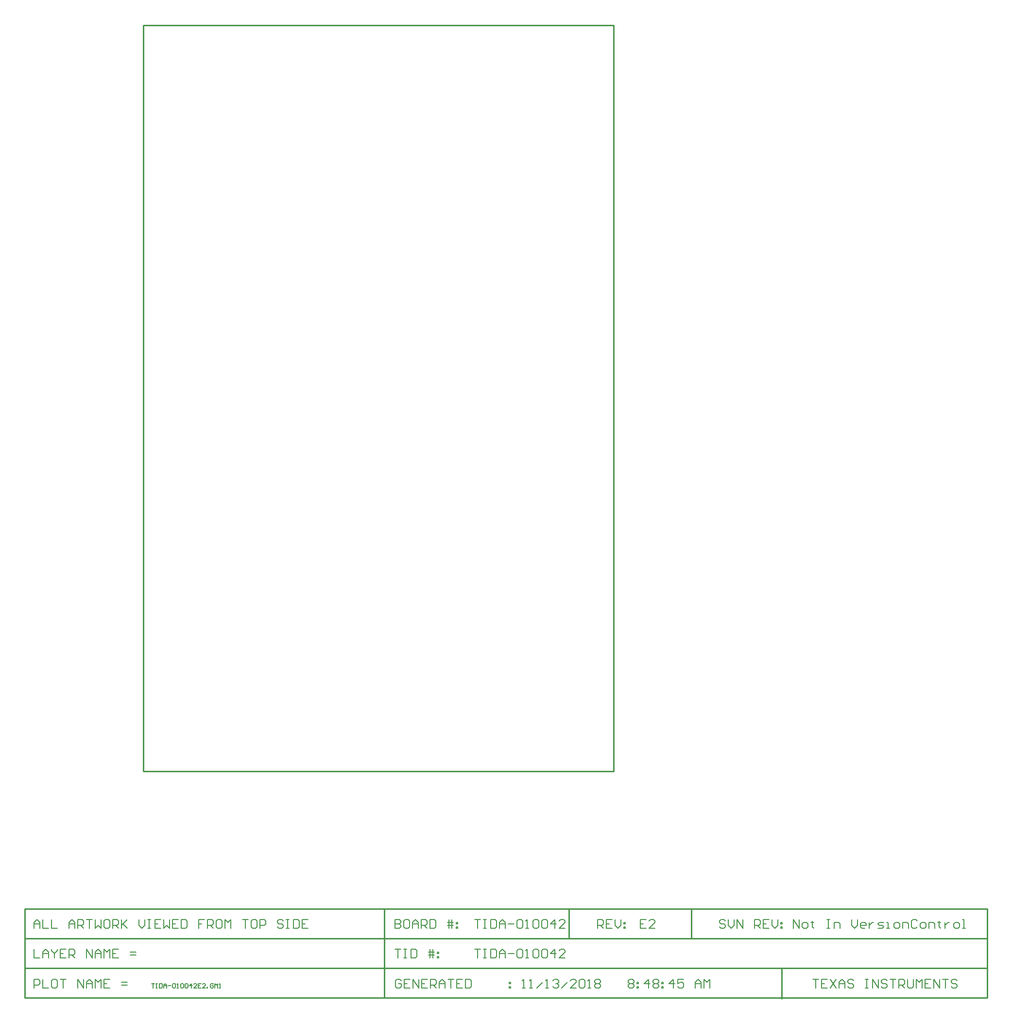
<source format=gm1>
G04*
G04 #@! TF.GenerationSoftware,Altium Limited,Altium Designer,18.1.9 (240)*
G04*
G04 Layer_Color=11296232*
%FSAX25Y25*%
%MOIN*%
G70*
G01*
G75*
%ADD17C,0.00800*%
%ADD21C,0.00600*%
%ADD22C,0.01000*%
G54D17*
X0348550Y0073498D02*
X0352549D01*
X0350549D01*
Y0067500D01*
X0354548Y0073498D02*
X0356547D01*
X0355548D01*
Y0067500D01*
X0354548D01*
X0356547D01*
X0359546Y0073498D02*
Y0067500D01*
X0362545D01*
X0363545Y0068500D01*
Y0072498D01*
X0362545Y0073498D01*
X0359546D01*
X0365545Y0067500D02*
Y0071499D01*
X0367544Y0073498D01*
X0369543Y0071499D01*
Y0067500D01*
Y0070499D01*
X0365545D01*
X0371543D02*
X0375541D01*
X0377541Y0072498D02*
X0378540Y0073498D01*
X0380540D01*
X0381539Y0072498D01*
Y0068500D01*
X0380540Y0067500D01*
X0378540D01*
X0377541Y0068500D01*
Y0072498D01*
X0383539Y0067500D02*
X0385538D01*
X0384538D01*
Y0073498D01*
X0383539Y0072498D01*
X0388537D02*
X0389537Y0073498D01*
X0391536D01*
X0392536Y0072498D01*
Y0068500D01*
X0391536Y0067500D01*
X0389537D01*
X0388537Y0068500D01*
Y0072498D01*
X0394535D02*
X0395535Y0073498D01*
X0397534D01*
X0398534Y0072498D01*
Y0068500D01*
X0397534Y0067500D01*
X0395535D01*
X0394535Y0068500D01*
Y0072498D01*
X0403532Y0067500D02*
Y0073498D01*
X0400533Y0070499D01*
X0404532D01*
X0410530Y0067500D02*
X0406531D01*
X0410530Y0071499D01*
Y0072498D01*
X0409530Y0073498D01*
X0407531D01*
X0406531Y0072498D01*
X0294000Y0073498D02*
X0297999D01*
X0295999D01*
Y0067500D01*
X0299998Y0073498D02*
X0301997D01*
X0300998D01*
Y0067500D01*
X0299998D01*
X0301997D01*
X0304996Y0073498D02*
Y0067500D01*
X0307996D01*
X0308995Y0068500D01*
Y0072498D01*
X0307996Y0073498D01*
X0304996D01*
X0317992Y0067500D02*
Y0073498D01*
X0319992D02*
Y0067500D01*
X0316993Y0071499D02*
X0319992D01*
X0320991D01*
X0316993Y0069499D02*
X0320991D01*
X0322991Y0071499D02*
X0323990D01*
Y0070499D01*
X0322991D01*
Y0071499D01*
Y0068500D02*
X0323990D01*
Y0067500D01*
X0322991D01*
Y0068500D01*
X0580500Y0052965D02*
X0584499D01*
X0582499D01*
Y0046966D01*
X0590497Y0052965D02*
X0586498D01*
Y0046966D01*
X0590497D01*
X0586498Y0049966D02*
X0588497D01*
X0592496Y0052965D02*
X0596495Y0046966D01*
Y0052965D02*
X0592496Y0046966D01*
X0598494D02*
Y0050965D01*
X0600493Y0052965D01*
X0602493Y0050965D01*
Y0046966D01*
Y0049966D01*
X0598494D01*
X0608491Y0051965D02*
X0607491Y0052965D01*
X0605492D01*
X0604492Y0051965D01*
Y0050965D01*
X0605492Y0049966D01*
X0607491D01*
X0608491Y0048966D01*
Y0047966D01*
X0607491Y0046966D01*
X0605492D01*
X0604492Y0047966D01*
X0616488Y0052965D02*
X0618488D01*
X0617488D01*
Y0046966D01*
X0616488D01*
X0618488D01*
X0621487D02*
Y0052965D01*
X0625486Y0046966D01*
Y0052965D01*
X0631484Y0051965D02*
X0630484Y0052965D01*
X0628484D01*
X0627485Y0051965D01*
Y0050965D01*
X0628484Y0049966D01*
X0630484D01*
X0631484Y0048966D01*
Y0047966D01*
X0630484Y0046966D01*
X0628484D01*
X0627485Y0047966D01*
X0633483Y0052965D02*
X0637482D01*
X0635482D01*
Y0046966D01*
X0639481D02*
Y0052965D01*
X0642480D01*
X0643480Y0051965D01*
Y0049966D01*
X0642480Y0048966D01*
X0639481D01*
X0641480D02*
X0643480Y0046966D01*
X0645479Y0052965D02*
Y0047966D01*
X0646479Y0046966D01*
X0648478D01*
X0649478Y0047966D01*
Y0052965D01*
X0651477Y0046966D02*
Y0052965D01*
X0653476Y0050965D01*
X0655476Y0052965D01*
Y0046966D01*
X0661474Y0052965D02*
X0657475D01*
Y0046966D01*
X0661474D01*
X0657475Y0049966D02*
X0659474D01*
X0663473Y0046966D02*
Y0052965D01*
X0667472Y0046966D01*
Y0052965D01*
X0669471D02*
X0673470D01*
X0671471D01*
Y0046966D01*
X0679468Y0051965D02*
X0678468Y0052965D01*
X0676469D01*
X0675469Y0051965D01*
Y0050965D01*
X0676469Y0049966D01*
X0678468D01*
X0679468Y0048966D01*
Y0047966D01*
X0678468Y0046966D01*
X0676469D01*
X0675469Y0047966D01*
X0454050Y0051965D02*
X0455050Y0052965D01*
X0457049D01*
X0458049Y0051965D01*
Y0050965D01*
X0457049Y0049966D01*
X0458049Y0048966D01*
Y0047966D01*
X0457049Y0046966D01*
X0455050D01*
X0454050Y0047966D01*
Y0048966D01*
X0455050Y0049966D01*
X0454050Y0050965D01*
Y0051965D01*
X0455050Y0049966D02*
X0457049D01*
X0460048Y0050965D02*
X0461048D01*
Y0049966D01*
X0460048D01*
Y0050965D01*
Y0047966D02*
X0461048D01*
Y0046966D01*
X0460048D01*
Y0047966D01*
X0468046Y0046966D02*
Y0052965D01*
X0465046Y0049966D01*
X0469045D01*
X0471044Y0051965D02*
X0472044Y0052965D01*
X0474044D01*
X0475043Y0051965D01*
Y0050965D01*
X0474044Y0049966D01*
X0475043Y0048966D01*
Y0047966D01*
X0474044Y0046966D01*
X0472044D01*
X0471044Y0047966D01*
Y0048966D01*
X0472044Y0049966D01*
X0471044Y0050965D01*
Y0051965D01*
X0472044Y0049966D02*
X0474044D01*
X0477043Y0050965D02*
X0478042D01*
Y0049966D01*
X0477043D01*
Y0050965D01*
Y0047966D02*
X0478042D01*
Y0046966D01*
X0477043D01*
Y0047966D01*
X0485040Y0046966D02*
Y0052965D01*
X0482041Y0049966D01*
X0486040D01*
X0492038Y0052965D02*
X0488039D01*
Y0049966D01*
X0490038Y0050965D01*
X0491038D01*
X0492038Y0049966D01*
Y0047966D01*
X0491038Y0046966D01*
X0489039D01*
X0488039Y0047966D01*
X0500035Y0046966D02*
Y0050965D01*
X0502035Y0052965D01*
X0504034Y0050965D01*
Y0046966D01*
Y0049966D01*
X0500035D01*
X0506033Y0046966D02*
Y0052965D01*
X0508033Y0050965D01*
X0510032Y0052965D01*
Y0046966D01*
X0046350D02*
Y0052965D01*
X0049349D01*
X0050349Y0051965D01*
Y0049966D01*
X0049349Y0048966D01*
X0046350D01*
X0052348Y0052965D02*
Y0046966D01*
X0056347D01*
X0061345Y0052965D02*
X0059346D01*
X0058346Y0051965D01*
Y0047966D01*
X0059346Y0046966D01*
X0061345D01*
X0062345Y0047966D01*
Y0051965D01*
X0061345Y0052965D01*
X0064344D02*
X0068343D01*
X0066343D01*
Y0046966D01*
X0076340D02*
Y0052965D01*
X0080339Y0046966D01*
Y0052965D01*
X0082338Y0046966D02*
Y0050965D01*
X0084338Y0052965D01*
X0086337Y0050965D01*
Y0046966D01*
Y0049966D01*
X0082338D01*
X0088336Y0046966D02*
Y0052965D01*
X0090336Y0050965D01*
X0092335Y0052965D01*
Y0046966D01*
X0098333Y0052965D02*
X0094335D01*
Y0046966D01*
X0098333D01*
X0094335Y0049966D02*
X0096334D01*
X0106331Y0048966D02*
X0110329D01*
X0106331Y0050965D02*
X0110329D01*
X0046350Y0073549D02*
Y0067551D01*
X0050349D01*
X0052348D02*
Y0071549D01*
X0054347Y0073549D01*
X0056347Y0071549D01*
Y0067551D01*
Y0070550D01*
X0052348D01*
X0058346Y0073549D02*
Y0072549D01*
X0060346Y0070550D01*
X0062345Y0072549D01*
Y0073549D01*
X0060346Y0070550D02*
Y0067551D01*
X0068343Y0073549D02*
X0064344D01*
Y0067551D01*
X0068343D01*
X0064344Y0070550D02*
X0066343D01*
X0070342Y0067551D02*
Y0073549D01*
X0073341D01*
X0074341Y0072549D01*
Y0070550D01*
X0073341Y0069550D01*
X0070342D01*
X0072342D02*
X0074341Y0067551D01*
X0082338D02*
Y0073549D01*
X0086337Y0067551D01*
Y0073549D01*
X0088336Y0067551D02*
Y0071549D01*
X0090336Y0073549D01*
X0092335Y0071549D01*
Y0067551D01*
Y0070550D01*
X0088336D01*
X0094335Y0067551D02*
Y0073549D01*
X0096334Y0071549D01*
X0098333Y0073549D01*
Y0067551D01*
X0104331Y0073549D02*
X0100332D01*
Y0067551D01*
X0104331D01*
X0100332Y0070550D02*
X0102332D01*
X0112329Y0069550D02*
X0116327D01*
X0112329Y0071549D02*
X0116327D01*
X0294000Y0093831D02*
Y0087833D01*
X0296999D01*
X0297999Y0088833D01*
Y0089833D01*
X0296999Y0090832D01*
X0294000D01*
X0296999D01*
X0297999Y0091832D01*
Y0092832D01*
X0296999Y0093831D01*
X0294000D01*
X0302997D02*
X0300998D01*
X0299998Y0092832D01*
Y0088833D01*
X0300998Y0087833D01*
X0302997D01*
X0303997Y0088833D01*
Y0092832D01*
X0302997Y0093831D01*
X0305996Y0087833D02*
Y0091832D01*
X0307996Y0093831D01*
X0309995Y0091832D01*
Y0087833D01*
Y0090832D01*
X0305996D01*
X0311994Y0087833D02*
Y0093831D01*
X0314993D01*
X0315993Y0092832D01*
Y0090832D01*
X0314993Y0089833D01*
X0311994D01*
X0313994D02*
X0315993Y0087833D01*
X0317992Y0093831D02*
Y0087833D01*
X0320991D01*
X0321991Y0088833D01*
Y0092832D01*
X0320991Y0093831D01*
X0317992D01*
X0330988Y0087833D02*
Y0093831D01*
X0332987D02*
Y0087833D01*
X0329988Y0091832D02*
X0332987D01*
X0333987D01*
X0329988Y0089833D02*
X0333987D01*
X0335986Y0091832D02*
X0336986D01*
Y0090832D01*
X0335986D01*
Y0091832D01*
Y0088833D02*
X0336986D01*
Y0087833D01*
X0335986D01*
Y0088833D01*
X0348550Y0093831D02*
X0352549D01*
X0350549D01*
Y0087833D01*
X0354548Y0093831D02*
X0356547D01*
X0355548D01*
Y0087833D01*
X0354548D01*
X0356547D01*
X0359546Y0093831D02*
Y0087833D01*
X0362545D01*
X0363545Y0088833D01*
Y0092832D01*
X0362545Y0093831D01*
X0359546D01*
X0365545Y0087833D02*
Y0091832D01*
X0367544Y0093831D01*
X0369543Y0091832D01*
Y0087833D01*
Y0090832D01*
X0365545D01*
X0371543D02*
X0375541D01*
X0377541Y0092832D02*
X0378540Y0093831D01*
X0380540D01*
X0381539Y0092832D01*
Y0088833D01*
X0380540Y0087833D01*
X0378540D01*
X0377541Y0088833D01*
Y0092832D01*
X0383539Y0087833D02*
X0385538D01*
X0384538D01*
Y0093831D01*
X0383539Y0092832D01*
X0388537D02*
X0389537Y0093831D01*
X0391536D01*
X0392536Y0092832D01*
Y0088833D01*
X0391536Y0087833D01*
X0389537D01*
X0388537Y0088833D01*
Y0092832D01*
X0394535D02*
X0395535Y0093831D01*
X0397534D01*
X0398534Y0092832D01*
Y0088833D01*
X0397534Y0087833D01*
X0395535D01*
X0394535Y0088833D01*
Y0092832D01*
X0403532Y0087833D02*
Y0093831D01*
X0400533Y0090832D01*
X0404532D01*
X0410530Y0087833D02*
X0406531D01*
X0410530Y0091832D01*
Y0092832D01*
X0409530Y0093831D01*
X0407531D01*
X0406531Y0092832D01*
X0466149Y0093831D02*
X0462150D01*
Y0087833D01*
X0466149D01*
X0462150Y0090832D02*
X0464149D01*
X0472147Y0087833D02*
X0468148D01*
X0472147Y0091832D01*
Y0092832D01*
X0471147Y0093831D01*
X0469148D01*
X0468148Y0092832D01*
X0046350Y0087833D02*
Y0091832D01*
X0048349Y0093831D01*
X0050349Y0091832D01*
Y0087833D01*
Y0090832D01*
X0046350D01*
X0052348Y0093831D02*
Y0087833D01*
X0056347D01*
X0058346Y0093831D02*
Y0087833D01*
X0062345D01*
X0070342D02*
Y0091832D01*
X0072342Y0093831D01*
X0074341Y0091832D01*
Y0087833D01*
Y0090832D01*
X0070342D01*
X0076340Y0087833D02*
Y0093831D01*
X0079339D01*
X0080339Y0092832D01*
Y0090832D01*
X0079339Y0089833D01*
X0076340D01*
X0078340D02*
X0080339Y0087833D01*
X0082338Y0093831D02*
X0086337D01*
X0084338D01*
Y0087833D01*
X0088336Y0093831D02*
Y0087833D01*
X0090336Y0089833D01*
X0092335Y0087833D01*
Y0093831D01*
X0097334D02*
X0095334D01*
X0094335Y0092832D01*
Y0088833D01*
X0095334Y0087833D01*
X0097334D01*
X0098333Y0088833D01*
Y0092832D01*
X0097334Y0093831D01*
X0100332Y0087833D02*
Y0093831D01*
X0103332D01*
X0104331Y0092832D01*
Y0090832D01*
X0103332Y0089833D01*
X0100332D01*
X0102332D02*
X0104331Y0087833D01*
X0106331Y0093831D02*
Y0087833D01*
Y0089833D01*
X0110329Y0093831D01*
X0107330Y0090832D01*
X0110329Y0087833D01*
X0118327Y0093831D02*
Y0089833D01*
X0120326Y0087833D01*
X0122325Y0089833D01*
Y0093831D01*
X0124325D02*
X0126324D01*
X0125324D01*
Y0087833D01*
X0124325D01*
X0126324D01*
X0133322Y0093831D02*
X0129323D01*
Y0087833D01*
X0133322D01*
X0129323Y0090832D02*
X0131323D01*
X0135321Y0093831D02*
Y0087833D01*
X0137321Y0089833D01*
X0139320Y0087833D01*
Y0093831D01*
X0145318D02*
X0141319D01*
Y0087833D01*
X0145318D01*
X0141319Y0090832D02*
X0143319D01*
X0147317Y0093831D02*
Y0087833D01*
X0150316D01*
X0151316Y0088833D01*
Y0092832D01*
X0150316Y0093831D01*
X0147317D01*
X0163312D02*
X0159313D01*
Y0090832D01*
X0161313D01*
X0159313D01*
Y0087833D01*
X0165312D02*
Y0093831D01*
X0168310D01*
X0169310Y0092832D01*
Y0090832D01*
X0168310Y0089833D01*
X0165312D01*
X0167311D02*
X0169310Y0087833D01*
X0174309Y0093831D02*
X0172309D01*
X0171310Y0092832D01*
Y0088833D01*
X0172309Y0087833D01*
X0174309D01*
X0175308Y0088833D01*
Y0092832D01*
X0174309Y0093831D01*
X0177308Y0087833D02*
Y0093831D01*
X0179307Y0091832D01*
X0181306Y0093831D01*
Y0087833D01*
X0189304Y0093831D02*
X0193303D01*
X0191303D01*
Y0087833D01*
X0198301Y0093831D02*
X0196301D01*
X0195302Y0092832D01*
Y0088833D01*
X0196301Y0087833D01*
X0198301D01*
X0199301Y0088833D01*
Y0092832D01*
X0198301Y0093831D01*
X0201300Y0087833D02*
Y0093831D01*
X0204299D01*
X0205299Y0092832D01*
Y0090832D01*
X0204299Y0089833D01*
X0201300D01*
X0217295Y0092832D02*
X0216295Y0093831D01*
X0214296D01*
X0213296Y0092832D01*
Y0091832D01*
X0214296Y0090832D01*
X0216295D01*
X0217295Y0089833D01*
Y0088833D01*
X0216295Y0087833D01*
X0214296D01*
X0213296Y0088833D01*
X0219294Y0093831D02*
X0221293D01*
X0220294D01*
Y0087833D01*
X0219294D01*
X0221293D01*
X0224292Y0093831D02*
Y0087833D01*
X0227291D01*
X0228291Y0088833D01*
Y0092832D01*
X0227291Y0093831D01*
X0224292D01*
X0234289D02*
X0230291D01*
Y0087833D01*
X0234289D01*
X0230291Y0090832D02*
X0232290D01*
X0298199Y0051965D02*
X0297199Y0052965D01*
X0295200D01*
X0294200Y0051965D01*
Y0047966D01*
X0295200Y0046966D01*
X0297199D01*
X0298199Y0047966D01*
Y0049966D01*
X0296199D01*
X0304197Y0052965D02*
X0300198D01*
Y0046966D01*
X0304197D01*
X0300198Y0049966D02*
X0302197D01*
X0306196Y0046966D02*
Y0052965D01*
X0310195Y0046966D01*
Y0052965D01*
X0316193D02*
X0312194D01*
Y0046966D01*
X0316193D01*
X0312194Y0049966D02*
X0314194D01*
X0318192Y0046966D02*
Y0052965D01*
X0321191D01*
X0322191Y0051965D01*
Y0049966D01*
X0321191Y0048966D01*
X0318192D01*
X0320192D02*
X0322191Y0046966D01*
X0324190D02*
Y0050965D01*
X0326190Y0052965D01*
X0328189Y0050965D01*
Y0046966D01*
Y0049966D01*
X0324190D01*
X0330188Y0052965D02*
X0334187D01*
X0332188D01*
Y0046966D01*
X0340185Y0052965D02*
X0336186D01*
Y0046966D01*
X0340185D01*
X0336186Y0049966D02*
X0338186D01*
X0342184Y0052965D02*
Y0046966D01*
X0345183D01*
X0346183Y0047966D01*
Y0051965D01*
X0345183Y0052965D01*
X0342184D01*
X0372175Y0050965D02*
X0373175D01*
Y0049966D01*
X0372175D01*
Y0050965D01*
Y0047966D02*
X0373175D01*
Y0046966D01*
X0372175D01*
Y0047966D01*
X0381150Y0046966D02*
X0383149D01*
X0382150D01*
Y0052965D01*
X0381150Y0051965D01*
X0386148Y0046966D02*
X0388148D01*
X0387148D01*
Y0052965D01*
X0386148Y0051965D01*
X0391147Y0046966D02*
X0395146Y0050965D01*
X0397145Y0046966D02*
X0399144D01*
X0398145D01*
Y0052965D01*
X0397145Y0051965D01*
X0402143D02*
X0403143Y0052965D01*
X0405142D01*
X0406142Y0051965D01*
Y0050965D01*
X0405142Y0049966D01*
X0404143D01*
X0405142D01*
X0406142Y0048966D01*
Y0047966D01*
X0405142Y0046966D01*
X0403143D01*
X0402143Y0047966D01*
X0408141Y0046966D02*
X0412140Y0050965D01*
X0418138Y0046966D02*
X0414139D01*
X0418138Y0050965D01*
Y0051965D01*
X0417138Y0052965D01*
X0415139D01*
X0414139Y0051965D01*
X0420137D02*
X0421137Y0052965D01*
X0423136D01*
X0424136Y0051965D01*
Y0047966D01*
X0423136Y0046966D01*
X0421137D01*
X0420137Y0047966D01*
Y0051965D01*
X0426135Y0046966D02*
X0428135D01*
X0427135D01*
Y0052965D01*
X0426135Y0051965D01*
X0431134D02*
X0432133Y0052965D01*
X0434133D01*
X0435133Y0051965D01*
Y0050965D01*
X0434133Y0049966D01*
X0435133Y0048966D01*
Y0047966D01*
X0434133Y0046966D01*
X0432133D01*
X0431134Y0047966D01*
Y0048966D01*
X0432133Y0049966D01*
X0431134Y0050965D01*
Y0051965D01*
X0432133Y0049966D02*
X0434133D01*
X0433000Y0087833D02*
Y0093831D01*
X0435999D01*
X0436999Y0092832D01*
Y0090832D01*
X0435999Y0089833D01*
X0433000D01*
X0434999D02*
X0436999Y0087833D01*
X0442997Y0093831D02*
X0438998D01*
Y0087833D01*
X0442997D01*
X0438998Y0090832D02*
X0440997D01*
X0444996Y0093831D02*
Y0089833D01*
X0446995Y0087833D01*
X0448995Y0089833D01*
Y0093831D01*
X0450994Y0091832D02*
X0451994D01*
Y0090832D01*
X0450994D01*
Y0091832D01*
Y0088833D02*
X0451994D01*
Y0087833D01*
X0450994D01*
Y0088833D01*
X0520799Y0092832D02*
X0519799Y0093831D01*
X0517800D01*
X0516800Y0092832D01*
Y0091832D01*
X0517800Y0090832D01*
X0519799D01*
X0520799Y0089833D01*
Y0088833D01*
X0519799Y0087833D01*
X0517800D01*
X0516800Y0088833D01*
X0522798Y0093831D02*
Y0089833D01*
X0524797Y0087833D01*
X0526797Y0089833D01*
Y0093831D01*
X0528796Y0087833D02*
Y0093831D01*
X0532795Y0087833D01*
Y0093831D01*
X0540792Y0087833D02*
Y0093831D01*
X0543791D01*
X0544791Y0092832D01*
Y0090832D01*
X0543791Y0089833D01*
X0540792D01*
X0542792D02*
X0544791Y0087833D01*
X0550789Y0093831D02*
X0546790D01*
Y0087833D01*
X0550789D01*
X0546790Y0090832D02*
X0548790D01*
X0552788Y0093831D02*
Y0089833D01*
X0554788Y0087833D01*
X0556787Y0089833D01*
Y0093831D01*
X0558786Y0091832D02*
X0559786D01*
Y0090832D01*
X0558786D01*
Y0091832D01*
Y0088833D02*
X0559786D01*
Y0087833D01*
X0558786D01*
Y0088833D01*
X0567400Y0087833D02*
Y0093831D01*
X0571399Y0087833D01*
Y0093831D01*
X0574398Y0087833D02*
X0576397D01*
X0577397Y0088833D01*
Y0090832D01*
X0576397Y0091832D01*
X0574398D01*
X0573398Y0090832D01*
Y0088833D01*
X0574398Y0087833D01*
X0580396Y0092832D02*
Y0091832D01*
X0579396D01*
X0581395D01*
X0580396D01*
Y0088833D01*
X0581395Y0087833D01*
X0590393Y0093831D02*
X0592392D01*
X0591392D01*
Y0087833D01*
X0590393D01*
X0592392D01*
X0595391D02*
Y0091832D01*
X0598390D01*
X0599390Y0090832D01*
Y0087833D01*
X0607387Y0093831D02*
Y0089833D01*
X0609386Y0087833D01*
X0611386Y0089833D01*
Y0093831D01*
X0616384Y0087833D02*
X0614385D01*
X0613385Y0088833D01*
Y0090832D01*
X0614385Y0091832D01*
X0616384D01*
X0617384Y0090832D01*
Y0089833D01*
X0613385D01*
X0619383Y0091832D02*
Y0087833D01*
Y0089833D01*
X0620383Y0090832D01*
X0621383Y0091832D01*
X0622382D01*
X0625381Y0087833D02*
X0628380D01*
X0629380Y0088833D01*
X0628380Y0089833D01*
X0626381D01*
X0625381Y0090832D01*
X0626381Y0091832D01*
X0629380D01*
X0631379Y0087833D02*
X0633379D01*
X0632379D01*
Y0091832D01*
X0631379D01*
X0637377Y0087833D02*
X0639377D01*
X0640376Y0088833D01*
Y0090832D01*
X0639377Y0091832D01*
X0637377D01*
X0636378Y0090832D01*
Y0088833D01*
X0637377Y0087833D01*
X0642376D02*
Y0091832D01*
X0645375D01*
X0646374Y0090832D01*
Y0087833D01*
X0652373Y0092832D02*
X0651373Y0093831D01*
X0649373D01*
X0648374Y0092832D01*
Y0088833D01*
X0649373Y0087833D01*
X0651373D01*
X0652373Y0088833D01*
X0655372Y0087833D02*
X0657371D01*
X0658371Y0088833D01*
Y0090832D01*
X0657371Y0091832D01*
X0655372D01*
X0654372Y0090832D01*
Y0088833D01*
X0655372Y0087833D01*
X0660370D02*
Y0091832D01*
X0663369D01*
X0664369Y0090832D01*
Y0087833D01*
X0667368Y0092832D02*
Y0091832D01*
X0666368D01*
X0668367D01*
X0667368D01*
Y0088833D01*
X0668367Y0087833D01*
X0671366Y0091832D02*
Y0087833D01*
Y0089833D01*
X0672366Y0090832D01*
X0673366Y0091832D01*
X0674365D01*
X0678364Y0087833D02*
X0680364D01*
X0681363Y0088833D01*
Y0090832D01*
X0680364Y0091832D01*
X0678364D01*
X0677364Y0090832D01*
Y0088833D01*
X0678364Y0087833D01*
X0683362D02*
X0685362D01*
X0684362D01*
Y0093831D01*
X0683362D01*
G54D21*
X0126900Y0049966D02*
X0128899D01*
X0127900D01*
Y0046966D01*
X0129899Y0049966D02*
X0130899D01*
X0130399D01*
Y0046966D01*
X0129899D01*
X0130899D01*
X0132398Y0049966D02*
Y0046966D01*
X0133898D01*
X0134398Y0047466D01*
Y0049466D01*
X0133898Y0049966D01*
X0132398D01*
X0135397Y0046966D02*
Y0048966D01*
X0136397Y0049966D01*
X0137397Y0048966D01*
Y0046966D01*
Y0048466D01*
X0135397D01*
X0138396D02*
X0140396D01*
X0141395Y0049466D02*
X0141895Y0049966D01*
X0142895D01*
X0143395Y0049466D01*
Y0047466D01*
X0142895Y0046966D01*
X0141895D01*
X0141395Y0047466D01*
Y0049466D01*
X0144394Y0046966D02*
X0145394D01*
X0144894D01*
Y0049966D01*
X0144394Y0049466D01*
X0146894D02*
X0147393Y0049966D01*
X0148393D01*
X0148893Y0049466D01*
Y0047466D01*
X0148393Y0046966D01*
X0147393D01*
X0146894Y0047466D01*
Y0049466D01*
X0149893D02*
X0150392Y0049966D01*
X0151392D01*
X0151892Y0049466D01*
Y0047466D01*
X0151392Y0046966D01*
X0150392D01*
X0149893Y0047466D01*
Y0049466D01*
X0154391Y0046966D02*
Y0049966D01*
X0152892Y0048466D01*
X0154891D01*
X0157890Y0046966D02*
X0155891D01*
X0157890Y0048966D01*
Y0049466D01*
X0157390Y0049966D01*
X0156391D01*
X0155891Y0049466D01*
X0160889Y0049966D02*
X0158890D01*
Y0046966D01*
X0160889D01*
X0158890Y0048466D02*
X0159889D01*
X0163888Y0046966D02*
X0161889D01*
X0163888Y0048966D01*
Y0049466D01*
X0163388Y0049966D01*
X0162389D01*
X0161889Y0049466D01*
X0164888Y0046966D02*
Y0047466D01*
X0165388D01*
Y0046966D01*
X0164888D01*
X0169386Y0049466D02*
X0168886Y0049966D01*
X0167887D01*
X0167387Y0049466D01*
Y0047466D01*
X0167887Y0046966D01*
X0168886D01*
X0169386Y0047466D01*
Y0048466D01*
X0168387D01*
X0170386Y0046966D02*
Y0049966D01*
X0171386Y0048966D01*
X0172385Y0049966D01*
Y0046966D01*
X0173385D02*
X0174385D01*
X0173885D01*
Y0049966D01*
X0173385Y0049466D01*
G54D22*
X0121219Y0707211D02*
X0444054D01*
Y0195400D02*
Y0707211D01*
X0121219Y0195400D02*
X0444054D01*
X0121219D02*
Y0707211D01*
X0559400Y0039400D02*
Y0059683D01*
X0440500Y0040050D02*
X0700200D01*
Y0101050D01*
X0286500Y0040050D02*
Y0101050D01*
X0040000Y0040050D02*
Y0101050D01*
X0040050Y0040050D02*
X0197600D01*
X0040050D02*
Y0101050D01*
Y0101050D02*
X0700200D01*
X0040000Y0040050D02*
X0440500D01*
X0040000Y0060383D02*
X0700000D01*
X0040000Y0080717D02*
X0700200D01*
X0413200D02*
Y0101050D01*
X0497200Y0080717D02*
Y0101050D01*
M02*

</source>
